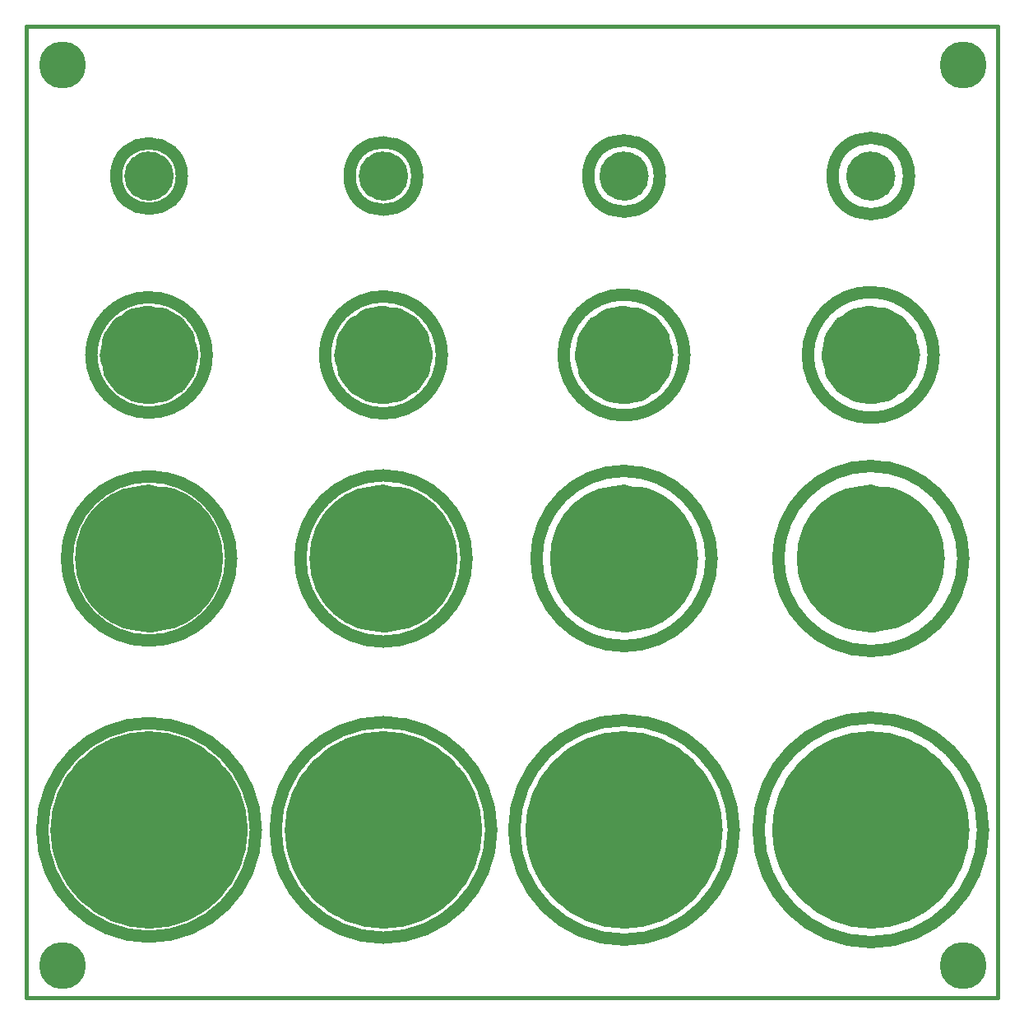
<source format=gts>
G04 (created by PCBNEW-RS274X (2011-nov-30)-testing) date Mon 20 Aug 2012 01:42:57 PM EDT*
%MOIN*%
G04 Gerber Fmt 3.4, Leading zero omitted, Abs format*
%FSLAX34Y34*%
G01*
G70*
G90*
G04 APERTURE LIST*
%ADD10C,0.006*%
%ADD11C,0.015*%
%ADD12C,0.05*%
%ADD13C,0.3*%
%ADD14C,0.4*%
%ADD15C,0.2*%
%ADD16C,0.1*%
%ADD17C,0.16*%
%ADD18R,0.03X0.03*%
%ADD19C,0.19*%
G04 APERTURE END LIST*
G54D10*
G54D11*
X24Y-53D02*
X24Y39317D01*
X39394Y-53D02*
X24Y-53D01*
X39394Y39317D02*
X39394Y-53D01*
X24Y39317D02*
X39394Y39317D01*
G54D12*
X8330Y17750D02*
G75*
G03X8330Y17750I-3330J0D01*
G74*
G01*
G54D13*
X6500Y17750D02*
G75*
G03X6500Y17750I-1500J0D01*
G74*
G01*
G54D12*
X9330Y6750D02*
G75*
G03X9330Y6750I-4330J0D01*
G74*
G01*
G54D14*
X7000Y6750D02*
G75*
G03X7000Y6750I-2000J0D01*
G74*
G01*
G54D12*
X38800Y6750D02*
G75*
G03X38800Y6750I-4550J0D01*
G74*
G01*
G54D14*
X36250Y6750D02*
G75*
G03X36250Y6750I-2000J0D01*
G74*
G01*
G54D12*
X26700Y26000D02*
G75*
G03X26700Y26000I-2450J0D01*
G74*
G01*
G54D15*
X25250Y26000D02*
G75*
G03X25250Y26000I-1000J0D01*
G74*
G01*
G54D12*
X36800Y26000D02*
G75*
G03X36800Y26000I-2550J0D01*
G74*
G01*
G54D15*
X35250Y26000D02*
G75*
G03X35250Y26000I-1000J0D01*
G74*
G01*
G54D12*
X17870Y17750D02*
G75*
G03X17870Y17750I-3370J0D01*
G74*
G01*
G54D13*
X16000Y17750D02*
G75*
G03X16000Y17750I-1500J0D01*
G74*
G01*
G54D12*
X27800Y17750D02*
G75*
G03X27800Y17750I-3550J0D01*
G74*
G01*
G54D13*
X25750Y17750D02*
G75*
G03X25750Y17750I-1500J0D01*
G74*
G01*
G54D12*
X6330Y33250D02*
G75*
G03X6330Y33250I-1330J0D01*
G74*
G01*
G54D16*
X5500Y33250D02*
G75*
G03X5500Y33250I-500J0D01*
G74*
G01*
G54D12*
X25700Y33250D02*
G75*
G03X25700Y33250I-1450J0D01*
G74*
G01*
G54D16*
X24750Y33250D02*
G75*
G03X24750Y33250I-500J0D01*
G74*
G01*
G54D12*
X15870Y33250D02*
G75*
G03X15870Y33250I-1370J0D01*
G74*
G01*
G54D16*
X15000Y33250D02*
G75*
G03X15000Y33250I-500J0D01*
G74*
G01*
G54D12*
X35800Y33250D02*
G75*
G03X35800Y33250I-1550J0D01*
G74*
G01*
G54D16*
X34750Y33250D02*
G75*
G03X34750Y33250I-500J0D01*
G74*
G01*
G54D12*
X18870Y6750D02*
G75*
G03X18870Y6750I-4370J0D01*
G74*
G01*
G54D14*
X16500Y6750D02*
G75*
G03X16500Y6750I-2000J0D01*
G74*
G01*
G54D12*
X28700Y6750D02*
G75*
G03X28700Y6750I-4450J0D01*
G74*
G01*
G54D14*
X26250Y6750D02*
G75*
G03X26250Y6750I-2000J0D01*
G74*
G01*
G54D12*
X38000Y17750D02*
G75*
G03X38000Y17750I-3750J0D01*
G74*
G01*
G54D13*
X35750Y17750D02*
G75*
G03X35750Y17750I-1500J0D01*
G74*
G01*
G54D12*
X7340Y26000D02*
G75*
G03X7340Y26000I-2340J0D01*
G74*
G01*
G54D15*
X6000Y26000D02*
G75*
G03X6000Y26000I-1000J0D01*
G74*
G01*
G54D12*
X16870Y26000D02*
G75*
G03X16870Y26000I-2370J0D01*
G74*
G01*
G54D15*
X15500Y26000D02*
G75*
G03X15500Y26000I-1000J0D01*
G74*
G01*
G54D17*
X5000Y17750D03*
G54D18*
X1600Y17750D03*
G54D17*
X5000Y6750D03*
G54D18*
X5000Y11150D03*
G54D17*
X34250Y6750D03*
G54D18*
X34250Y11350D03*
G54D17*
X24250Y26000D03*
G54D18*
X24250Y28500D03*
G54D19*
X1500Y1250D03*
X38000Y1250D03*
X38000Y37750D03*
X1500Y37750D03*
G54D17*
X34250Y26000D03*
G54D18*
X34250Y28600D03*
G54D17*
X14500Y17750D03*
G54D18*
X14500Y21200D03*
G54D17*
X24250Y17750D03*
G54D18*
X24250Y21350D03*
G54D17*
X5000Y33250D03*
G54D18*
X5000Y34580D03*
G54D17*
X24250Y33250D03*
G54D18*
X24250Y34800D03*
G54D17*
X14500Y33250D03*
G54D18*
X14500Y34700D03*
G54D17*
X34250Y33250D03*
G54D18*
X34250Y34850D03*
G54D17*
X14500Y6750D03*
G54D18*
X14505Y11195D03*
G54D17*
X24250Y6750D03*
G54D18*
X24250Y11250D03*
G54D17*
X34250Y17750D03*
G54D18*
X30450Y17750D03*
G54D17*
X5000Y26000D03*
G54D18*
X5000Y28400D03*
G54D17*
X14500Y26000D03*
G54D18*
X14500Y28400D03*
M02*

</source>
